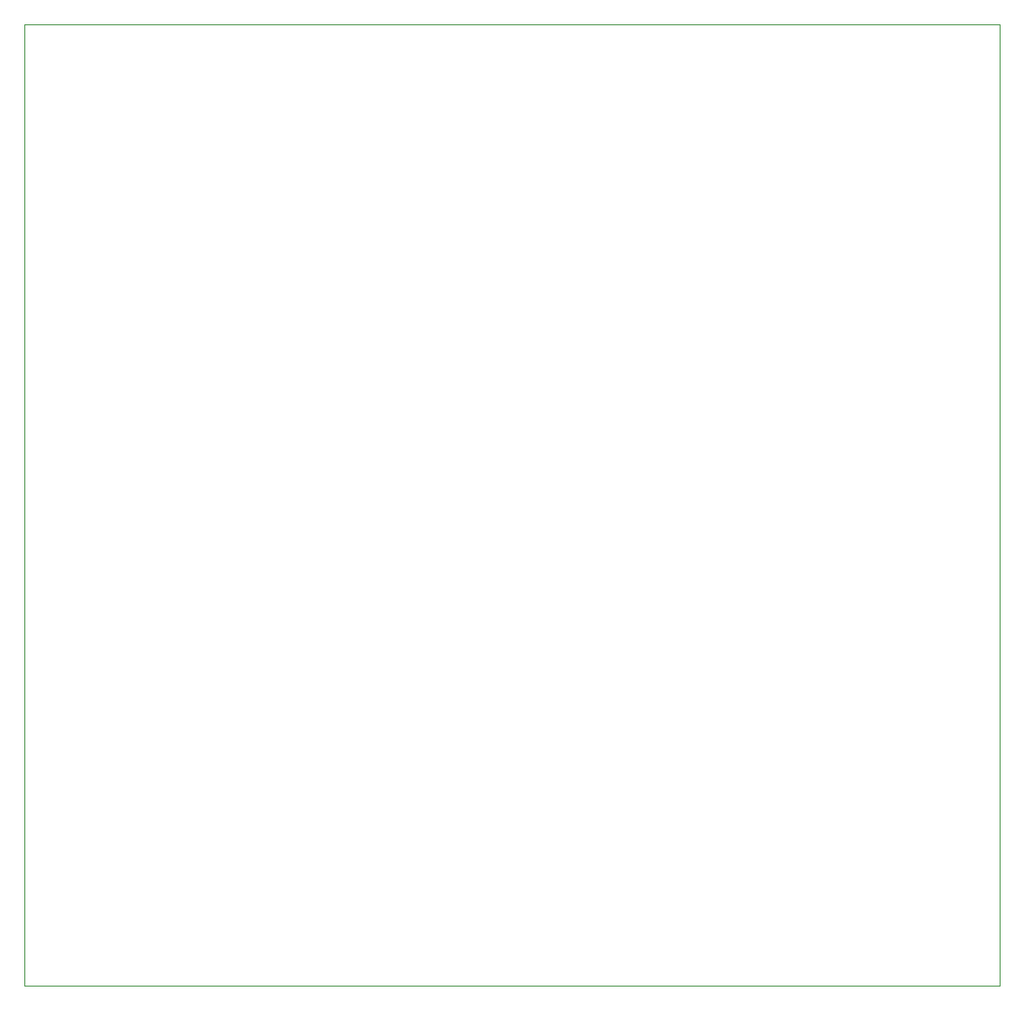
<source format=gbr>
%TF.GenerationSoftware,KiCad,Pcbnew,9.0.0*%
%TF.CreationDate,2025-03-19T20:57:18-07:00*%
%TF.ProjectId,deflection_board_2,6465666c-6563-4746-996f-6e5f626f6172,rev?*%
%TF.SameCoordinates,Original*%
%TF.FileFunction,Profile,NP*%
%FSLAX46Y46*%
G04 Gerber Fmt 4.6, Leading zero omitted, Abs format (unit mm)*
G04 Created by KiCad (PCBNEW 9.0.0) date 2025-03-19 20:57:18*
%MOMM*%
%LPD*%
G01*
G04 APERTURE LIST*
%TA.AperFunction,Profile*%
%ADD10C,0.050000*%
%TD*%
G04 APERTURE END LIST*
D10*
X135500000Y-64750000D02*
X227000000Y-64750000D01*
X227000000Y-155000000D01*
X135500000Y-155000000D01*
X135500000Y-64750000D01*
M02*

</source>
